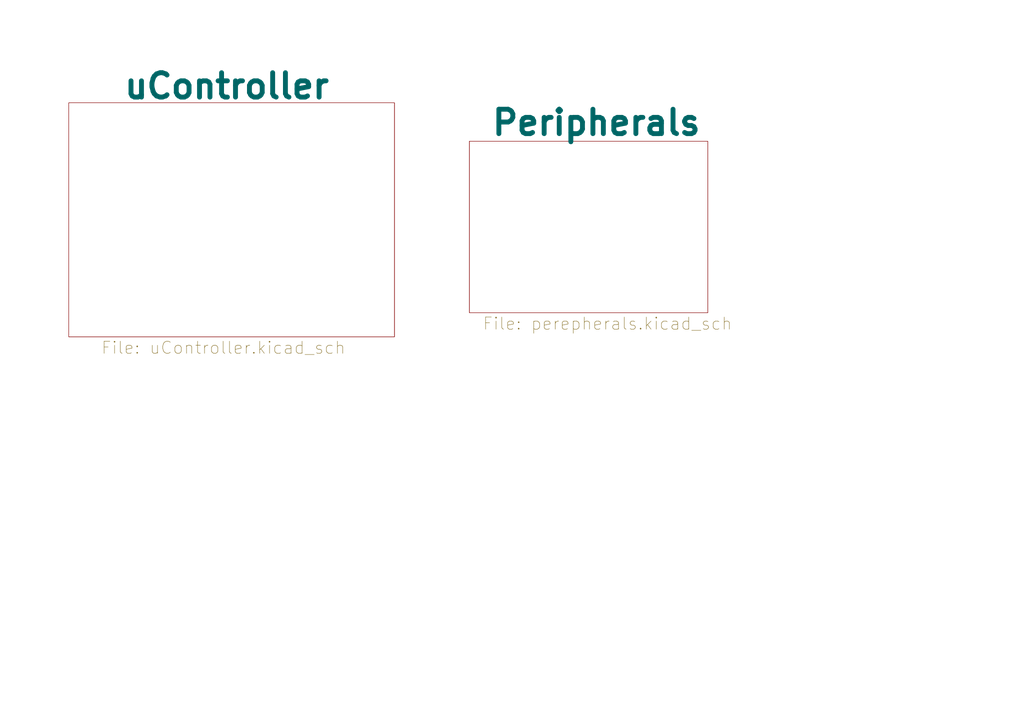
<source format=kicad_sch>
(kicad_sch (version 20230121) (generator eeschema)
  (paper "A3")
  (title_block (date "2023-07-29") (rev "A0") (company "EEC"))
  (lib_symbols)
  (sheet (at 192.532 57.912) (size 97.79 70.358) (stroke (width 0.1524))
    (property "Sheetname" "Peripherals" (at 200.914 56.134 0) (effects (font (size 10 10) bold) (justify left bottom)))
    (property "Sheetfile" "perepherals.kicad_sch" (at 197.866 129.794 0) (effects (font (size 5 5)) (justify left top)))
  )
  (sheet (at 28.194 42.164) (size 133.604 96.012) (stroke (width 0.1524))
    (property "Sheetname" "uController" (at 50.038 41.148 0) (effects (font (size 10 10) bold) (justify left bottom)))
    (property "Sheetfile" "uController.kicad_sch" (at 41.402 139.7 0) (effects (font (size 5 5)) (justify left top)))
  )
)
</source>
